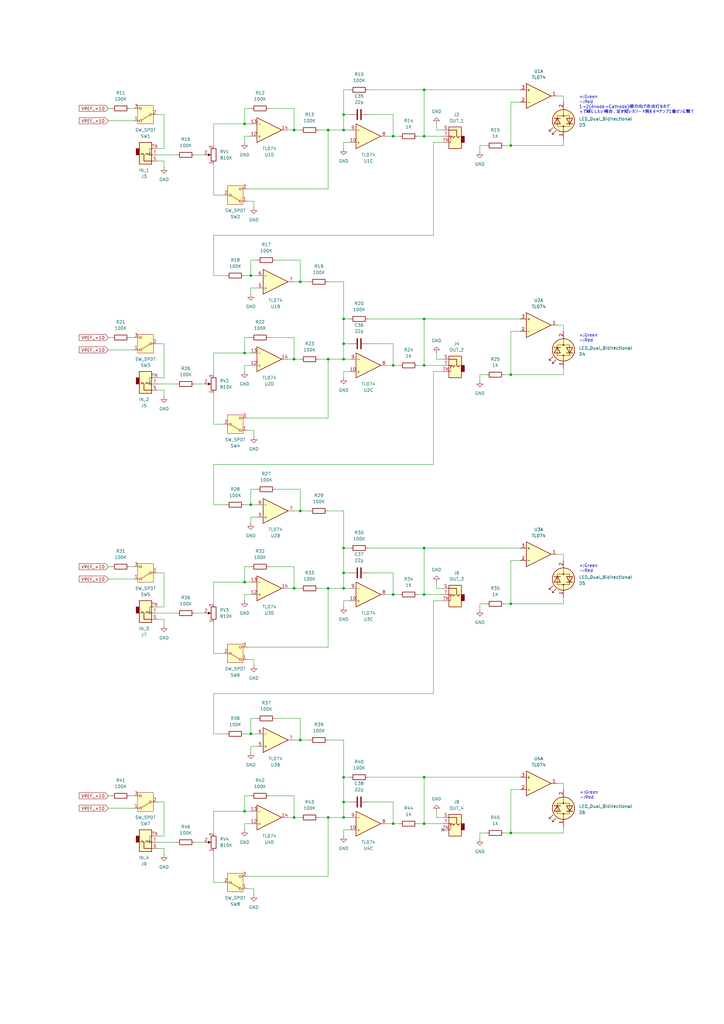
<source format=kicad_sch>
(kicad_sch (version 20231120) (generator "eeschema") (generator_version "8.0")
  (paper "A3" portrait)
  (title_block (title "Attenuator / offset / mixer") (date "2025-03-23") (rev "1.0") (company "StudioKAT"))
  (junction (at 161.29 55.88))
  (junction (at 102.87 300.99))
  (junction (at 209.55 153.67))
  (junction (at 173.99 318.77))
  (junction (at 120.65 53.34))
  (junction (at 209.55 59.69))
  (junction (at 161.29 149.86))
  (junction (at 123.19 209.55))
  (junction (at 120.65 147.32))
  (junction (at 173.99 337.82))
  (junction (at 173.99 243.84))
  (junction (at 173.99 55.88))
  (junction (at 140.97 318.77))
  (junction (at 134.62 241.3))
  (junction (at 140.97 147.32))
  (junction (at 140.97 46.99))
  (junction (at 140.97 224.79))
  (junction (at 134.62 335.28))
  (junction (at 134.62 53.34))
  (junction (at 100.33 332.74))
  (junction (at 102.87 207.01))
  (junction (at 120.65 241.3))
  (junction (at 140.97 53.34))
  (junction (at 140.97 140.97))
  (junction (at 173.99 36.83))
  (junction (at 140.97 130.81))
  (junction (at 134.62 147.32))
  (junction (at 209.55 247.65))
  (junction (at 161.29 243.84))
  (junction (at 173.99 130.81))
  (junction (at 123.19 303.53))
  (junction (at 140.97 328.93))
  (junction (at 140.97 335.28))
  (junction (at 123.19 115.57))
  (junction (at 140.97 234.95))
  (junction (at 140.97 241.3))
  (junction (at 100.33 144.78))
  (junction (at 173.99 224.79))
  (junction (at 161.29 337.82))
  (junction (at 173.99 149.86))
  (junction (at 120.65 335.28))
  (junction (at 209.55 341.63))
  (junction (at 102.87 113.03))
  (junction (at 100.33 50.8))
  (junction (at 100.33 238.76))
  (no_connect (at 181.61 340.36))
  (wire (pts (xy 158.75 55.88) (xy 161.29 55.88)))
  (wire (pts (xy 231.14 341.63) (xy 231.14 339.09)))
  (wire (pts (xy 102.87 200.66) (xy 102.87 207.01)))
  (wire (pts (xy 64.77 254) (xy 67.31 254)))
  (wire (pts (xy 101.6 77.47) (xy 134.62 77.47)))
  (wire (pts (xy 101.6 82.55) (xy 104.14 82.55)))
  (wire (pts (xy 209.55 247.65) (xy 231.14 247.65)))
  (wire (pts (xy 87.63 247.65) (xy 87.63 238.76)))
  (wire (pts (xy 102.87 306.07) (xy 102.87 308.61)))
  (wire (pts (xy 123.19 115.57) (xy 120.65 115.57)))
  (wire (pts (xy 199.39 341.63) (xy 196.85 341.63)))
  (wire (pts (xy 161.29 140.97) (xy 161.29 149.86)))
  (wire (pts (xy 67.31 234.95) (xy 67.31 248.92)))
  (wire (pts (xy 87.63 96.52) (xy 87.63 113.03)))
  (wire (pts (xy 102.87 212.09) (xy 102.87 214.63)))
  (wire (pts (xy 64.77 251.46) (xy 72.39 251.46)))
  (wire (pts (xy 134.62 171.45) (xy 134.62 147.32)))
  (wire (pts (xy 120.65 138.43) (xy 120.65 147.32)))
  (wire (pts (xy 173.99 36.83) (xy 173.99 55.88)))
  (wire (pts (xy 173.99 318.77) (xy 173.99 337.82)))
  (wire (pts (xy 134.62 115.57) (xy 140.97 115.57)))
  (wire (pts (xy 173.99 130.81) (xy 173.99 149.86)))
  (wire (pts (xy 231.14 59.69) (xy 231.14 57.15)))
  (wire (pts (xy 179.07 332.74) (xy 179.07 335.28)))
  (wire (pts (xy 102.87 337.82) (xy 100.33 337.82)))
  (wire (pts (xy 87.63 59.69) (xy 87.63 50.8)))
  (wire (pts (xy 196.85 247.65) (xy 196.85 250.19)))
  (wire (pts (xy 213.36 229.87) (xy 209.55 229.87)))
  (wire (pts (xy 87.63 284.48) (xy 87.63 300.99)))
  (wire (pts (xy 173.99 130.81) (xy 213.36 130.81)))
  (wire (pts (xy 105.41 294.64) (xy 102.87 294.64)))
  (wire (pts (xy 123.19 303.53) (xy 127 303.53)))
  (wire (pts (xy 120.65 232.41) (xy 120.65 241.3)))
  (wire (pts (xy 64.77 160.02) (xy 67.31 160.02)))
  (wire (pts (xy 105.41 212.09) (xy 102.87 212.09)))
  (wire (pts (xy 64.77 66.04) (xy 67.31 66.04)))
  (wire (pts (xy 181.61 152.4) (xy 177.8 152.4)))
  (wire (pts (xy 100.33 44.45) (xy 100.33 50.8)))
  (wire (pts (xy 158.75 337.82) (xy 161.29 337.82)))
  (wire (pts (xy 179.07 147.32) (xy 181.61 147.32)))
  (wire (pts (xy 143.51 246.38) (xy 140.97 246.38)))
  (wire (pts (xy 173.99 149.86) (xy 181.61 149.86)))
  (wire (pts (xy 231.14 153.67) (xy 231.14 151.13)))
  (wire (pts (xy 120.65 241.3) (xy 123.19 241.3)))
  (wire (pts (xy 134.62 265.43) (xy 134.62 241.3)))
  (wire (pts (xy 140.97 147.32) (xy 143.51 147.32)))
  (wire (pts (xy 120.65 53.34) (xy 123.19 53.34)))
  (wire (pts (xy 161.29 337.82) (xy 163.83 337.82)))
  (wire (pts (xy 199.39 153.67) (xy 196.85 153.67)))
  (wire (pts (xy 87.63 153.67) (xy 87.63 144.78)))
  (wire (pts (xy 231.14 227.33) (xy 228.6 227.33)))
  (wire (pts (xy 87.63 80.01) (xy 91.44 80.01)))
  (wire (pts (xy 179.07 144.78) (xy 179.07 147.32)))
  (wire (pts (xy 199.39 247.65) (xy 196.85 247.65)))
  (wire (pts (xy 101.6 359.41) (xy 134.62 359.41)))
  (wire (pts (xy 140.97 58.42) (xy 140.97 60.96)))
  (wire (pts (xy 177.8 190.5) (xy 87.63 190.5)))
  (wire (pts (xy 64.77 234.95) (xy 67.31 234.95)))
  (wire (pts (xy 173.99 243.84) (xy 171.45 243.84)))
  (wire (pts (xy 123.19 200.66) (xy 123.19 209.55)))
  (wire (pts (xy 173.99 55.88) (xy 181.61 55.88)))
  (wire (pts (xy 100.33 207.01) (xy 102.87 207.01)))
  (wire (pts (xy 134.62 147.32) (xy 140.97 147.32)))
  (wire (pts (xy 207.01 341.63) (xy 209.55 341.63)))
  (wire (pts (xy 105.41 200.66) (xy 102.87 200.66)))
  (wire (pts (xy 134.62 303.53) (xy 140.97 303.53)))
  (wire (pts (xy 87.63 190.5) (xy 87.63 207.01)))
  (wire (pts (xy 143.51 318.77) (xy 140.97 318.77)))
  (wire (pts (xy 143.51 340.36) (xy 140.97 340.36)))
  (wire (pts (xy 87.63 267.97) (xy 91.44 267.97)))
  (wire (pts (xy 67.31 347.98) (xy 67.31 350.52)))
  (wire (pts (xy 104.14 176.53) (xy 104.14 179.07)))
  (wire (pts (xy 101.6 176.53) (xy 104.14 176.53)))
  (wire (pts (xy 100.33 232.41) (xy 100.33 238.76)))
  (wire (pts (xy 140.97 152.4) (xy 140.97 154.94)))
  (wire (pts (xy 231.14 321.31) (xy 228.6 321.31)))
  (wire (pts (xy 123.19 106.68) (xy 123.19 115.57)))
  (wire (pts (xy 64.77 157.48) (xy 72.39 157.48)))
  (wire (pts (xy 130.81 335.28) (xy 134.62 335.28)))
  (wire (pts (xy 123.19 303.53) (xy 120.65 303.53)))
  (wire (pts (xy 113.03 200.66) (xy 123.19 200.66)))
  (wire (pts (xy 209.55 323.85) (xy 209.55 341.63)))
  (wire (pts (xy 67.31 160.02) (xy 67.31 162.56)))
  (wire (pts (xy 100.33 149.86) (xy 100.33 152.4)))
  (wire (pts (xy 120.65 53.34) (xy 118.11 53.34)))
  (wire (pts (xy 151.13 328.93) (xy 161.29 328.93)))
  (wire (pts (xy 173.99 36.83) (xy 213.36 36.83)))
  (wire (pts (xy 120.65 335.28) (xy 118.11 335.28)))
  (wire (pts (xy 67.31 140.97) (xy 67.31 154.94)))
  (wire (pts (xy 87.63 238.76) (xy 100.33 238.76)))
  (wire (pts (xy 140.97 46.99) (xy 143.51 46.99)))
  (wire (pts (xy 209.55 59.69) (xy 231.14 59.69)))
  (wire (pts (xy 87.63 349.25) (xy 87.63 361.95)))
  (wire (pts (xy 101.6 265.43) (xy 134.62 265.43)))
  (wire (pts (xy 231.14 39.37) (xy 228.6 39.37)))
  (wire (pts (xy 151.13 130.81) (xy 173.99 130.81)))
  (wire (pts (xy 158.75 149.86) (xy 161.29 149.86)))
  (wire (pts (xy 173.99 318.77) (xy 213.36 318.77)))
  (wire (pts (xy 134.62 335.28) (xy 140.97 335.28)))
  (wire (pts (xy 104.14 82.55) (xy 104.14 85.09)))
  (wire (pts (xy 213.36 323.85) (xy 209.55 323.85)))
  (wire (pts (xy 177.8 152.4) (xy 177.8 190.5)))
  (wire (pts (xy 64.77 328.93) (xy 67.31 328.93)))
  (wire (pts (xy 87.63 332.74) (xy 100.33 332.74)))
  (wire (pts (xy 209.55 41.91) (xy 209.55 59.69)))
  (wire (pts (xy 104.14 270.51) (xy 104.14 273.05)))
  (wire (pts (xy 123.19 294.64) (xy 123.19 303.53)))
  (wire (pts (xy 130.81 53.34) (xy 134.62 53.34)))
  (wire (pts (xy 102.87 294.64) (xy 102.87 300.99)))
  (wire (pts (xy 64.77 345.44) (xy 72.39 345.44)))
  (wire (pts (xy 64.77 347.98) (xy 67.31 347.98)))
  (wire (pts (xy 100.33 50.8) (xy 102.87 50.8)))
  (wire (pts (xy 179.07 335.28) (xy 181.61 335.28)))
  (wire (pts (xy 102.87 300.99) (xy 105.41 300.99)))
  (wire (pts (xy 181.61 246.38) (xy 177.8 246.38)))
  (wire (pts (xy 123.19 115.57) (xy 127 115.57)))
  (wire (pts (xy 100.33 300.99) (xy 102.87 300.99)))
  (wire (pts (xy 140.97 224.79) (xy 140.97 234.95)))
  (wire (pts (xy 134.62 241.3) (xy 140.97 241.3)))
  (wire (pts (xy 53.34 44.45) (xy 54.61 44.45)))
  (wire (pts (xy 110.49 326.39) (xy 120.65 326.39)))
  (wire (pts (xy 53.34 138.43) (xy 54.61 138.43)))
  (wire (pts (xy 173.99 224.79) (xy 173.99 243.84)))
  (wire (pts (xy 173.99 224.79) (xy 213.36 224.79)))
  (wire (pts (xy 102.87 44.45) (xy 100.33 44.45)))
  (wire (pts (xy 151.13 318.77) (xy 173.99 318.77)))
  (wire (pts (xy 231.14 229.87) (xy 231.14 227.33)))
  (wire (pts (xy 105.41 118.11) (xy 102.87 118.11)))
  (wire (pts (xy 181.61 58.42) (xy 177.8 58.42)))
  (wire (pts (xy 67.31 328.93) (xy 67.31 342.9)))
  (wire (pts (xy 143.51 152.4) (xy 140.97 152.4)))
  (wire (pts (xy 140.97 328.93) (xy 140.97 335.28)))
  (wire (pts (xy 140.97 140.97) (xy 143.51 140.97)))
  (wire (pts (xy 179.07 53.34) (xy 181.61 53.34)))
  (wire (pts (xy 102.87 207.01) (xy 105.41 207.01)))
  (wire (pts (xy 130.81 241.3) (xy 134.62 241.3)))
  (wire (pts (xy 44.45 237.49) (xy 54.61 237.49)))
  (wire (pts (xy 44.45 331.47) (xy 54.61 331.47)))
  (wire (pts (xy 151.13 36.83) (xy 173.99 36.83)))
  (wire (pts (xy 87.63 161.29) (xy 87.63 173.99)))
  (wire (pts (xy 102.87 232.41) (xy 100.33 232.41)))
  (wire (pts (xy 177.8 246.38) (xy 177.8 284.48)))
  (wire (pts (xy 140.97 234.95) (xy 143.51 234.95)))
  (wire (pts (xy 213.36 41.91) (xy 209.55 41.91)))
  (wire (pts (xy 173.99 337.82) (xy 171.45 337.82)))
  (wire (pts (xy 44.45 232.41) (xy 45.72 232.41)))
  (wire (pts (xy 100.33 138.43) (xy 100.33 144.78)))
  (wire (pts (xy 105.41 106.68) (xy 102.87 106.68)))
  (wire (pts (xy 87.63 113.03) (xy 92.71 113.03)))
  (wire (pts (xy 80.01 157.48) (xy 83.82 157.48)))
  (wire (pts (xy 102.87 118.11) (xy 102.87 120.65)))
  (wire (pts (xy 140.97 318.77) (xy 140.97 328.93)))
  (wire (pts (xy 44.45 143.51) (xy 54.61 143.51)))
  (wire (pts (xy 44.45 326.39) (xy 45.72 326.39)))
  (wire (pts (xy 100.33 326.39) (xy 100.33 332.74)))
  (wire (pts (xy 140.97 246.38) (xy 140.97 248.92)))
  (wire (pts (xy 161.29 55.88) (xy 163.83 55.88)))
  (wire (pts (xy 207.01 247.65) (xy 209.55 247.65)))
  (wire (pts (xy 143.51 58.42) (xy 140.97 58.42)))
  (wire (pts (xy 140.97 53.34) (xy 143.51 53.34)))
  (wire (pts (xy 209.55 341.63) (xy 231.14 341.63)))
  (wire (pts (xy 102.87 138.43) (xy 100.33 138.43)))
  (wire (pts (xy 207.01 153.67) (xy 209.55 153.67)))
  (wire (pts (xy 134.62 359.41) (xy 134.62 335.28)))
  (wire (pts (xy 173.99 243.84) (xy 181.61 243.84)))
  (wire (pts (xy 53.34 326.39) (xy 54.61 326.39)))
  (wire (pts (xy 44.45 138.43) (xy 45.72 138.43)))
  (wire (pts (xy 161.29 149.86) (xy 163.83 149.86)))
  (wire (pts (xy 87.63 341.63) (xy 87.63 332.74)))
  (wire (pts (xy 134.62 53.34) (xy 140.97 53.34)))
  (wire (pts (xy 140.97 36.83) (xy 140.97 46.99)))
  (wire (pts (xy 67.31 46.99) (xy 67.31 60.96)))
  (wire (pts (xy 207.01 59.69) (xy 209.55 59.69)))
  (wire (pts (xy 102.87 326.39) (xy 100.33 326.39)))
  (wire (pts (xy 140.97 340.36) (xy 140.97 342.9)))
  (wire (pts (xy 87.63 300.99) (xy 92.71 300.99)))
  (wire (pts (xy 140.97 140.97) (xy 140.97 147.32)))
  (wire (pts (xy 102.87 55.88) (xy 100.33 55.88)))
  (wire (pts (xy 134.62 77.47) (xy 134.62 53.34)))
  (wire (pts (xy 120.65 44.45) (xy 120.65 53.34)))
  (wire (pts (xy 209.55 153.67) (xy 231.14 153.67)))
  (wire (pts (xy 101.6 270.51) (xy 104.14 270.51)))
  (wire (pts (xy 120.65 326.39) (xy 120.65 335.28)))
  (wire (pts (xy 199.39 59.69) (xy 196.85 59.69)))
  (wire (pts (xy 110.49 44.45) (xy 120.65 44.45)))
  (wire (pts (xy 140.97 46.99) (xy 140.97 53.34)))
  (wire (pts (xy 80.01 251.46) (xy 83.82 251.46)))
  (wire (pts (xy 231.14 133.35) (xy 228.6 133.35)))
  (wire (pts (xy 140.97 234.95) (xy 140.97 241.3)))
  (wire (pts (xy 158.75 243.84) (xy 161.29 243.84)))
  (wire (pts (xy 113.03 106.68) (xy 123.19 106.68)))
  (wire (pts (xy 179.07 50.8) (xy 179.07 53.34)))
  (wire (pts (xy 102.87 149.86) (xy 100.33 149.86)))
  (wire (pts (xy 67.31 248.92) (xy 64.77 248.92)))
  (wire (pts (xy 173.99 337.82) (xy 181.61 337.82)))
  (wire (pts (xy 177.8 284.48) (xy 87.63 284.48)))
  (wire (pts (xy 231.14 41.91) (xy 231.14 39.37)))
  (wire (pts (xy 113.03 294.64) (xy 123.19 294.64)))
  (wire (pts (xy 151.13 224.79) (xy 173.99 224.79)))
  (wire (pts (xy 100.33 332.74) (xy 102.87 332.74)))
  (wire (pts (xy 64.77 140.97) (xy 67.31 140.97)))
  (wire (pts (xy 231.14 247.65) (xy 231.14 245.11)))
  (wire (pts (xy 140.97 303.53) (xy 140.97 318.77)))
  (wire (pts (xy 67.31 60.96) (xy 64.77 60.96)))
  (wire (pts (xy 67.31 342.9) (xy 64.77 342.9)))
  (wire (pts (xy 140.97 328.93) (xy 143.51 328.93)))
  (wire (pts (xy 161.29 243.84) (xy 163.83 243.84)))
  (wire (pts (xy 87.63 255.27) (xy 87.63 267.97)))
  (wire (pts (xy 64.77 63.5) (xy 72.39 63.5)))
  (wire (pts (xy 196.85 341.63) (xy 196.85 344.17)))
  (wire (pts (xy 209.55 135.89) (xy 209.55 153.67)))
  (wire (pts (xy 177.8 58.42) (xy 177.8 96.52)))
  (wire (pts (xy 104.14 364.49) (xy 104.14 367.03)))
  (wire (pts (xy 161.29 234.95) (xy 161.29 243.84)))
  (wire (pts (xy 44.45 44.45) (xy 45.72 44.45)))
  (wire (pts (xy 87.63 361.95) (xy 91.44 361.95)))
  (wire (pts (xy 120.65 241.3) (xy 118.11 241.3)))
  (wire (pts (xy 101.6 364.49) (xy 104.14 364.49)))
  (wire (pts (xy 102.87 106.68) (xy 102.87 113.03)))
  (wire (pts (xy 213.36 135.89) (xy 209.55 135.89)))
  (wire (pts (xy 120.65 335.28) (xy 123.19 335.28)))
  (wire (pts (xy 67.31 254) (xy 67.31 256.54)))
  (wire (pts (xy 120.65 147.32) (xy 123.19 147.32)))
  (wire (pts (xy 151.13 140.97) (xy 161.29 140.97)))
  (wire (pts (xy 53.34 232.41) (xy 54.61 232.41)))
  (wire (pts (xy 140.97 335.28) (xy 143.51 335.28)))
  (wire (pts (xy 67.31 154.94) (xy 64.77 154.94)))
  (wire (pts (xy 134.62 209.55) (xy 140.97 209.55)))
  (wire (pts (xy 151.13 46.99) (xy 161.29 46.99)))
  (wire (pts (xy 44.45 49.53) (xy 54.61 49.53)))
  (wire (pts (xy 140.97 241.3) (xy 143.51 241.3)))
  (wire (pts (xy 123.19 209.55) (xy 127 209.55)))
  (wire (pts (xy 87.63 67.31) (xy 87.63 80.01)))
  (wire (pts (xy 231.14 323.85) (xy 231.14 321.31)))
  (wire (pts (xy 177.8 96.52) (xy 87.63 96.52)))
  (wire (pts (xy 179.07 238.76) (xy 179.07 241.3)))
  (wire (pts (xy 100.33 113.03) (xy 102.87 113.03)))
  (wire (pts (xy 143.51 36.83) (xy 140.97 36.83)))
  (wire (pts (xy 102.87 113.03) (xy 105.41 113.03)))
  (wire (pts (xy 143.51 224.79) (xy 140.97 224.79)))
  (wire (pts (xy 101.6 171.45) (xy 134.62 171.45)))
  (wire (pts (xy 123.19 209.55) (xy 120.65 209.55)))
  (wire (pts (xy 100.33 238.76) (xy 102.87 238.76)))
  (wire (pts (xy 196.85 59.69) (xy 196.85 62.23)))
  (wire (pts (xy 143.51 130.81) (xy 140.97 130.81)))
  (wire (pts (xy 140.97 115.57) (xy 140.97 130.81)))
  (wire (pts (xy 80.01 345.44) (xy 83.82 345.44)))
  (wire (pts (xy 130.81 147.32) (xy 134.62 147.32)))
  (wire (pts (xy 87.63 50.8) (xy 100.33 50.8)))
  (wire (pts (xy 161.29 328.93) (xy 161.29 337.82)))
  (wire (pts (xy 110.49 232.41) (xy 120.65 232.41)))
  (wire (pts (xy 100.33 337.82) (xy 100.33 340.36)))
  (wire (pts (xy 67.31 66.04) (xy 67.31 68.58)))
  (wire (pts (xy 64.77 46.99) (xy 67.31 46.99)))
  (wire (pts (xy 110.49 138.43) (xy 120.65 138.43)))
  (wire (pts (xy 140.97 130.81) (xy 140.97 140.97)))
  (wire (pts (xy 196.85 153.67) (xy 196.85 156.21)))
  (wire (pts (xy 100.33 144.78) (xy 102.87 144.78)))
  (wire (pts (xy 209.55 229.87) (xy 209.55 247.65)))
  (wire (pts (xy 120.65 147.32) (xy 118.11 147.32)))
  (wire (pts (xy 100.33 55.88) (xy 100.33 58.42)))
  (wire (pts (xy 231.14 135.89) (xy 231.14 133.35)))
  (wire (pts (xy 105.41 306.07) (xy 102.87 306.07)))
  (wire (pts (xy 87.63 173.99) (xy 91.44 173.99)))
  (wire (pts (xy 179.07 241.3) (xy 181.61 241.3)))
  (wire (pts (xy 151.13 234.95) (xy 161.29 234.95)))
  (wire (pts (xy 87.63 207.01) (xy 92.71 207.01)))
  (wire (pts (xy 87.63 144.78) (xy 100.33 144.78)))
  (wire (pts (xy 102.87 243.84) (xy 100.33 243.84)))
  (wire (pts (xy 100.33 243.84) (xy 100.33 246.38)))
  (wire (pts (xy 173.99 149.86) (xy 171.45 149.86)))
  (wire (pts (xy 140.97 209.55) (xy 140.97 224.79)))
  (wire (pts (xy 173.99 55.88) (xy 171.45 55.88)))
  (wire (pts (xy 161.29 46.99) (xy 161.29 55.88)))
  (wire (pts (xy 80.01 63.5) (xy 83.82 63.5)))
  (text "+:Green\n-:Red" (at 237.744 326.136 0) (effects (font (size 1.27 1.27)) (justify left)))
  (text "+:Green\n-:Red" (at 237.49 138.684 0) (effects (font (size 1.27 1.27)) (justify left)))
  (text "+:Green\n-:Red\n1→2(Anode→Cathode)順方向で赤点灯なので\n+で緑にしたい場合、足が短いカソード側をオペアンプ1番ピンに繋ぐ" (at 237.49 42.926 0) (effects (font (size 1.27 1.27)) (justify left)))
  (text "+:Green\n-:Red" (at 237.49 233.172 0) (effects (font (size 1.27 1.27)) (justify left)))
  (global_label "VREF_+10" (shape input) (at 44.45 232.41 180) (property "Intersheetrefs" "${INTERSHEET_REFS}" (effects (hide yes))))
  (global_label "VREF_+10" (shape input) (at 44.45 331.47 180) (property "Intersheetrefs" "${INTERSHEET_REFS}" (effects (hide yes))))
  (global_label "VREF_+10" (shape input) (at 44.45 49.53 180) (property "Intersheetrefs" "${INTERSHEET_REFS}" (effects (hide yes))))
  (global_label "VREF_+10" (shape input) (at 44.45 237.49 180) (property "Intersheetrefs" "${INTERSHEET_REFS}" (effects (hide yes))))
  (global_label "VREF_+10" (shape input) (at 44.45 326.39 180) (property "Intersheetrefs" "${INTERSHEET_REFS}" (effects (hide yes))))
  (global_label "VREF_+10" (shape input) (at 44.45 44.45 180) (property "Intersheetrefs" "${INTERSHEET_REFS}" (effects (hide yes))))
  (global_label "VREF_+10" (shape input) (at 44.45 138.43 180) (property "Intersheetrefs" "${INTERSHEET_REFS}" (effects (hide yes))))
  (global_label "VREF_+10" (shape input) (at 44.45 143.51 180) (property "Intersheetrefs" "${INTERSHEET_REFS}" (effects (hide yes))))
  (symbol (lib_id "Device:R") (at 76.2 251.46 90) (unit 1)
    (property "Reference" "R36" (at 76.2 245.11 90))
    (property "Value" "100K" (at 76.2 247.65 90))
    (property "Footprint" "Resistor_SMD:R_0402_1005Metric" (effects (hide yes)))
    (property "Description" "Resistor" (effects (hide yes)))
    (property "LCSC" "C25741" (effects (hide yes)))
  )
  (symbol (lib_id "Device:LED_Dual_Bidirectional") (at 231.14 331.47 90) (mirror x) (unit 1)
    (property "Reference" "D6" (at 237.49 333.2354 90) (effects (justify right)))
    (property "Value" "LED_Dual_Bidirectional" (at 237.49 330.6954 90) (effects (justify right)))
    (property "Footprint" "LED_THT:LED_D3.0mm" (effects (hide yes)))
    (property "Description" "Dual LED, bidirectional" (effects (hide yes)))
  )
  (symbol (lib_id "Device:R") (at 106.68 326.39 90) (unit 1)
    (property "Reference" "R42" (at 106.68 320.04 90))
    (property "Value" "100K" (at 106.68 322.58 90))
    (property "Footprint" "Resistor_SMD:R_0402_1005Metric" (effects (hide yes)))
    (property "Description" "Resistor" (effects (hide yes)))
    (property "LCSC" "C25741" (effects (hide yes)))
  )
  (symbol (lib_id "Switch:SW_SPDT") (at 59.69 46.99 180) (unit 1)
    (property "Reference" "SW1" (at 59.69 55.88 0))
    (property "Value" "SW_SPDT" (at 59.69 53.34 0))
    (property "Footprint" "kat_eurorack:ToggleSwitch_2MS1-T2-B4-M2-Q-E-S" (effects (hide yes)))
    (property "Description" "Switch, single pole double throw" (effects (hide yes)))
  )
  (symbol (lib_id "power:GND") (at 100.33 340.36 0) (unit 1)
    (property "Reference" "#PWR041" (effects (hide yes)))
    (property "Value" "GND" (at 100.33 345.44 0))
    (property "Description" "Power symbol creates a global label with name \"GND\" , ground" (effects (hide yes)))
  )
  (symbol (lib_id "Device:R") (at 130.81 209.55 90) (unit 1)
    (property "Reference" "R29" (at 130.81 203.2 90))
    (property "Value" "100K" (at 130.81 205.74 90))
    (property "Footprint" "Resistor_SMD:R_0402_1005Metric" (effects (hide yes)))
    (property "Description" "Resistor" (effects (hide yes)))
    (property "LCSC" "C25741" (effects (hide yes)))
  )
  (symbol (lib_id "power:GND") (at 100.33 246.38 0) (unit 1)
    (property "Reference" "#PWR034" (effects (hide yes)))
    (property "Value" "GND" (at 100.33 251.46 0))
    (property "Description" "Power symbol creates a global label with name \"GND\" , ground" (effects (hide yes)))
  )
  (symbol (lib_id "Device:LED_Dual_Bidirectional") (at 231.14 49.53 90) (mirror x) (unit 1)
    (property "Reference" "D3" (at 237.49 51.2954 90) (effects (justify right)))
    (property "Value" "LED_Dual_Bidirectional" (at 237.49 48.7554 90) (effects (justify right)))
    (property "Footprint" "LED_THT:LED_D3.0mm" (effects (hide yes)))
    (property "Description" "Dual LED, bidirectional" (effects (hide yes)))
  )
  (symbol (lib_id "power:GND") (at 196.85 62.23 0) (unit 1)
    (property "Reference" "#PWR022" (effects (hide yes)))
    (property "Value" "GND" (at 196.85 67.31 0))
    (property "Description" "Power symbol creates a global label with name \"GND\" , ground" (effects (hide yes)))
  )
  (symbol (lib_id "Device:R") (at 76.2 157.48 90) (unit 1)
    (property "Reference" "R26" (at 76.2 151.13 90))
    (property "Value" "100K" (at 76.2 153.67 90))
    (property "Footprint" "Resistor_SMD:R_0402_1005Metric" (effects (hide yes)))
    (property "Description" "Resistor" (effects (hide yes)))
    (property "LCSC" "C25741" (effects (hide yes)))
  )
  (symbol (lib_id "power:GND") (at 140.97 60.96 0) (unit 1)
    (property "Reference" "#PWR021" (effects (hide yes)))
    (property "Value" "GND" (at 140.97 66.04 0))
    (property "Description" "Power symbol creates a global label with name \"GND\" , ground" (effects (hide yes)))
  )
  (symbol (lib_id "Connector_Audio:AudioJack2_SwitchT") (at 59.69 251.46 0) (mirror x) (unit 1)
    (property "Reference" "J7" (at 59.055 260.35 0))
    (property "Value" "IN_3" (at 59.055 257.81 0))
    (property "Footprint" "kat_eurorack:AudioJack_PJ301M-12" (effects (hide yes)))
    (property "Description" "Audio Jack, 2 Poles (Mono / TS), Switched T Pole (Normalling)" (effects (hide yes)))
  )
  (symbol (lib_id "Device:LED_Dual_Bidirectional") (at 231.14 237.49 90) (mirror x) (unit 1)
    (property "Reference" "D5" (at 237.49 239.2554 90) (effects (justify right)))
    (property "Value" "LED_Dual_Bidirectional" (at 237.49 236.7154 90) (effects (justify right)))
    (property "Footprint" "LED_THT:LED_D3.0mm" (effects (hide yes)))
    (property "Description" "Dual LED, bidirectional" (effects (hide yes)))
  )
  (symbol (lib_id "Amplifier_Operational:TL074") (at 151.13 243.84 0) (mirror x) (unit 3)
    (property "Reference" "U3" (at 151.13 254 0))
    (property "Value" "TL074" (at 151.13 251.46 0))
    (property "Footprint" "Package_SO:TSSOP-14_4.4x5mm_P0.65mm" (effects (hide yes)))
    (property "Datasheet" "http://www.ti.com/lit/ds/symlink/tl071.pdf" (effects (hide yes)))
    (property "Description" "Quad Low-Noise JFET-Input Operational Amplifiers, DIP-14/SOIC-14" (effects (hide yes)))
    (property "LCSC" "C4370424" (effects (hide yes)))
  )
  (symbol (lib_id "Device:R") (at 147.32 318.77 90) (unit 1)
    (property "Reference" "R40" (at 147.32 312.42 90))
    (property "Value" "100K" (at 147.32 314.96 90))
    (property "Footprint" "Resistor_SMD:R_0402_1005Metric" (effects (hide yes)))
    (property "Description" "Resistor" (effects (hide yes)))
    (property "LCSC" "C25741" (effects (hide yes)))
  )
  (symbol (lib_id "Amplifier_Operational:TL074") (at 220.98 133.35 0) (unit 1)
    (property "Reference" "U2" (at 220.98 123.19 0))
    (property "Value" "TL074" (at 220.98 125.73 0))
    (property "Footprint" "Package_SO:TSSOP-14_4.4x5mm_P0.65mm" (effects (hide yes)))
    (property "Datasheet" "http://www.ti.com/lit/ds/symlink/tl071.pdf" (effects (hide yes)))
    (property "Description" "Quad Low-Noise JFET-Input Operational Amplifiers, DIP-14/SOIC-14" (effects (hide yes)))
    (property "LCSC" "C4370424" (effects (hide yes)))
  )
  (symbol (lib_id "Device:R") (at 147.32 130.81 90) (unit 1)
    (property "Reference" "R20" (at 147.32 124.46 90))
    (property "Value" "100K" (at 147.32 127 90))
    (property "Footprint" "Resistor_SMD:R_0402_1005Metric" (effects (hide yes)))
    (property "Description" "Resistor" (effects (hide yes)))
    (property "LCSC" "C25741" (effects (hide yes)))
  )
  (symbol (lib_id "power:GND") (at 100.33 58.42 0) (unit 1)
    (property "Reference" "#PWR020" (effects (hide yes)))
    (property "Value" "GND" (at 100.33 63.5 0))
    (property "Description" "Power symbol creates a global label with name \"GND\" , ground" (effects (hide yes)))
  )
  (symbol (lib_id "Device:R") (at 167.64 55.88 90) (unit 1)
    (property "Reference" "R14" (at 167.64 49.53 90))
    (property "Value" "1K" (at 167.64 52.07 90))
    (property "Footprint" "Resistor_SMD:R_0402_1005Metric" (effects (hide yes)))
    (property "Description" "Resistor" (effects (hide yes)))
    (property "LCSC" "C11702" (effects (hide yes)))
  )
  (symbol (lib_id "power:GND") (at 179.07 238.76 0) (mirror x) (unit 1)
    (property "Reference" "#PWR033" (effects (hide yes)))
    (property "Value" "GND" (at 179.07 233.68 0))
    (property "Description" "Power symbol creates a global label with name \"GND\" , ground" (effects (hide yes)))
  )
  (symbol (lib_id "Device:C") (at 147.32 46.99 90) (unit 1)
    (property "Reference" "C35" (at 147.32 39.37 90))
    (property "Value" "22p" (at 147.32 41.91 90))
    (property "Footprint" "Capacitor_SMD:C_0402_1005Metric" (effects (hide yes)))
    (property "Description" "Unpolarized capacitor" (effects (hide yes)))
    (property "LCSC" "C1555" (effects (hide yes)))
  )
  (symbol (lib_id "Amplifier_Operational:TL074") (at 113.03 209.55 0) (mirror x) (unit 2)
    (property "Reference" "U2" (at 113.03 219.71 0))
    (property "Value" "TL074" (at 113.03 217.17 0))
    (property "Footprint" "Package_SO:TSSOP-14_4.4x5mm_P0.65mm" (effects (hide yes)))
    (property "Datasheet" "http://www.ti.com/lit/ds/symlink/tl071.pdf" (effects (hide yes)))
    (property "Description" "Quad Low-Noise JFET-Input Operational Amplifiers, DIP-14/SOIC-14" (effects (hide yes)))
    (property "LCSC" "C4370424" (effects (hide yes)))
  )
  (symbol (lib_id "Device:R") (at 127 241.3 90) (unit 1)
    (property "Reference" "R33" (at 127 234.95 90))
    (property "Value" "100K" (at 127 237.49 90))
    (property "Footprint" "Resistor_SMD:R_0402_1005Metric" (effects (hide yes)))
    (property "Description" "Resistor" (effects (hide yes)))
    (property "LCSC" "C25741" (effects (hide yes)))
  )
  (symbol (lib_id "Device:R") (at 49.53 44.45 90) (unit 1)
    (property "Reference" "R11" (at 49.53 38.1 90))
    (property "Value" "100K" (at 49.53 40.64 90))
    (property "Footprint" "Resistor_SMD:R_0402_1005Metric" (effects (hide yes)))
    (property "Description" "Resistor" (effects (hide yes)))
    (property "LCSC" "C25741" (effects (hide yes)))
  )
  (symbol (lib_id "Amplifier_Operational:TL074") (at 151.13 149.86 0) (mirror x) (unit 3)
    (property "Reference" "U2" (at 151.13 160.02 0))
    (property "Value" "TL074" (at 151.13 157.48 0))
    (property "Footprint" "Package_SO:TSSOP-14_4.4x5mm_P0.65mm" (effects (hide yes)))
    (property "Datasheet" "http://www.ti.com/lit/ds/symlink/tl071.pdf" (effects (hide yes)))
    (property "Description" "Quad Low-Noise JFET-Input Operational Amplifiers, DIP-14/SOIC-14" (effects (hide yes)))
    (property "LCSC" "C4370424" (effects (hide yes)))
  )
  (symbol (lib_id "Device:R") (at 127 335.28 90) (unit 1)
    (property "Reference" "R43" (at 127 328.93 90))
    (property "Value" "100K" (at 127 331.47 90))
    (property "Footprint" "Resistor_SMD:R_0402_1005Metric" (effects (hide yes)))
    (property "Description" "Resistor" (effects (hide yes)))
    (property "LCSC" "C25741" (effects (hide yes)))
  )
  (symbol (lib_id "Device:R") (at 203.2 59.69 90) (unit 1)
    (property "Reference" "R15" (at 203.2 53.34 90))
    (property "Value" "1K" (at 203.2 55.88 90))
    (property "Footprint" "Resistor_SMD:R_0402_1005Metric" (effects (hide yes)))
    (property "Description" "Resistor" (effects (hide yes)))
    (property "LCSC" "C11702" (effects (hide yes)))
  )
  (symbol (lib_id "Switch:SW_SPDT") (at 59.69 140.97 180) (unit 1)
    (property "Reference" "SW3" (at 59.69 149.86 0))
    (property "Value" "SW_SPDT" (at 59.69 147.32 0))
    (property "Footprint" "kat_eurorack:ToggleSwitch_2MS1-T2-B4-M2-Q-E-S" (effects (hide yes)))
    (property "Description" "Switch, single pole double throw" (effects (hide yes)))
  )
  (symbol (lib_id "Device:R") (at 130.81 303.53 90) (unit 1)
    (property "Reference" "R39" (at 130.81 297.18 90))
    (property "Value" "100K" (at 130.81 299.72 90))
    (property "Footprint" "Resistor_SMD:R_0402_1005Metric" (effects (hide yes)))
    (property "Description" "Resistor" (effects (hide yes)))
    (property "LCSC" "C25741" (effects (hide yes)))
  )
  (symbol (lib_id "Switch:SW_SPDT") (at 96.52 361.95 0) (mirror x) (unit 1)
    (property "Reference" "SW8" (at 96.52 370.84 0))
    (property "Value" "SW_SPDT" (at 96.52 368.3 0))
    (property "Footprint" "kat_eurorack:ToggleSwitch_2MS1-T2-B4-M2-Q-E-S" (effects (hide yes)))
    (property "Description" "Switch, single pole double throw" (effects (hide yes)))
  )
  (symbol (lib_id "Device:R") (at 109.22 200.66 90) (unit 1)
    (property "Reference" "R27" (at 109.22 194.31 90))
    (property "Value" "100K" (at 109.22 196.85 90))
    (property "Footprint" "Resistor_SMD:R_0402_1005Metric" (effects (hide yes)))
    (property "Description" "Resistor" (effects (hide yes)))
    (property "LCSC" "C25741" (effects (hide yes)))
  )
  (symbol (lib_id "Switch:SW_SPDT") (at 59.69 328.93 180) (unit 1)
    (property "Reference" "SW7" (at 59.69 337.82 0))
    (property "Value" "SW_SPDT" (at 59.69 335.28 0))
    (property "Footprint" "kat_eurorack:ToggleSwitch_2MS1-T2-B4-M2-Q-E-S" (effects (hide yes)))
    (property "Description" "Switch, single pole double throw" (effects (hide yes)))
  )
  (symbol (lib_id "power:GND") (at 179.07 50.8 0) (mirror x) (unit 1)
    (property "Reference" "#PWR019" (effects (hide yes)))
    (property "Value" "GND" (at 179.07 45.72 0))
    (property "Description" "Power symbol creates a global label with name \"GND\" , ground" (effects (hide yes)))
  )
  (symbol (lib_id "power:GND") (at 104.14 273.05 0) (unit 1)
    (property "Reference" "#PWR038" (effects (hide yes)))
    (property "Value" "GND" (at 104.14 278.13 0))
    (property "Description" "Power symbol creates a global label with name \"GND\" , ground" (effects (hide yes)))
  )
  (symbol (lib_id "Device:R") (at 203.2 341.63 90) (unit 1)
    (property "Reference" "R45" (at 203.2 335.28 90))
    (property "Value" "1K" (at 203.2 337.82 90))
    (property "Footprint" "Resistor_SMD:R_0402_1005Metric" (effects (hide yes)))
    (property "Description" "Resistor" (effects (hide yes)))
    (property "LCSC" "C11702" (effects (hide yes)))
  )
  (symbol (lib_id "Switch:SW_SPDT") (at 96.52 267.97 0) (mirror x) (unit 1)
    (property "Reference" "SW6" (at 96.52 276.86 0))
    (property "Value" "SW_SPDT" (at 96.52 274.32 0))
    (property "Footprint" "kat_eurorack:ToggleSwitch_2MS1-T2-B4-M2-Q-E-S" (effects (hide yes)))
    (property "Description" "Switch, single pole double throw" (effects (hide yes)))
  )
  (symbol (lib_id "power:GND") (at 179.07 332.74 0) (mirror x) (unit 1)
    (property "Reference" "#PWR040" (effects (hide yes)))
    (property "Value" "GND" (at 179.07 327.66 0))
    (property "Description" "Power symbol creates a global label with name \"GND\" , ground" (effects (hide yes)))
  )
  (symbol (lib_id "Device:R_Potentiometer") (at 87.63 157.48 180) (unit 1)
    (property "Reference" "RV2" (at 90.17 156.2099 0) (effects (justify right)))
    (property "Value" "B10K" (at 90.17 158.7499 0) (effects (justify right)))
    (property "Footprint" "kat_eurorack:Potentiometer_RV09" (effects (hide yes)))
    (property "Description" "Potentiometer" (effects (hide yes)))
  )
  (symbol (lib_id "Device:R") (at 167.64 243.84 90) (unit 1)
    (property "Reference" "R34" (at 167.64 237.49 90))
    (property "Value" "1K" (at 167.64 240.03 90))
    (property "Footprint" "Resistor_SMD:R_0402_1005Metric" (effects (hide yes)))
    (property "Description" "Resistor" (effects (hide yes)))
    (property "LCSC" "C11702" (effects (hide yes)))
  )
  (symbol (lib_id "Device:R") (at 127 53.34 90) (unit 1)
    (property "Reference" "R13" (at 127 46.99 90))
    (property "Value" "100K" (at 127 49.53 90))
    (property "Footprint" "Resistor_SMD:R_0402_1005Metric" (effects (hide yes)))
    (property "Description" "Resistor" (effects (hide yes)))
    (property "LCSC" "C25741" (effects (hide yes)))
  )
  (symbol (lib_id "Device:R") (at 76.2 345.44 90) (unit 1)
    (property "Reference" "R46" (at 76.2 339.09 90))
    (property "Value" "100K" (at 76.2 341.63 90))
    (property "Footprint" "Resistor_SMD:R_0402_1005Metric" (effects (hide yes)))
    (property "Description" "Resistor" (effects (hide yes)))
    (property "LCSC" "C25741" (effects (hide yes)))
  )
  (symbol (lib_id "Switch:SW_SPDT") (at 59.69 234.95 180) (unit 1)
    (property "Reference" "SW5" (at 59.69 243.84 0))
    (property "Value" "SW_SPDT" (at 59.69 241.3 0))
    (property "Footprint" "kat_eurorack:ToggleSwitch_2MS1-T2-B4-M2-Q-E-S" (effects (hide yes)))
    (property "Description" "Switch, single pole double throw" (effects (hide yes)))
  )
  (symbol (lib_id "Amplifier_Operational:TL074") (at 220.98 39.37 0) (unit 1)
    (property "Reference" "U1" (at 220.98 29.21 0))
    (property "Value" "TL074" (at 220.98 31.75 0))
    (property "Footprint" "Package_SO:TSSOP-14_4.4x5mm_P0.65mm" (effects (hide yes)))
    (property "Datasheet" "http://www.ti.com/lit/ds/symlink/tl071.pdf" (effects (hide yes)))
    (property "Description" "Quad Low-Noise JFET-Input Operational Amplifiers, DIP-14/SOIC-14" (effects (hide yes)))
    (property "LCSC" "C4370424" (effects (hide yes)))
  )
  (symbol (lib_id "Device:R") (at 106.68 138.43 90) (unit 1)
    (property "Reference" "R22" (at 106.68 132.08 90))
    (property "Value" "100K" (at 106.68 134.62 90))
    (property "Footprint" "Resistor_SMD:R_0402_1005Metric" (effects (hide yes)))
    (property "Description" "Resistor" (effects (hide yes)))
    (property "LCSC" "C25741" (effects (hide yes)))
  )
  (symbol (lib_id "Amplifier_Operational:TL074") (at 220.98 227.33 0) (unit 1)
    (property "Reference" "U3" (at 220.98 217.17 0))
    (property "Value" "TL074" (at 220.98 219.71 0))
    (property "Footprint" "Package_SO:TSSOP-14_4.4x5mm_P0.65mm" (effects (hide yes)))
    (property "Datasheet" "http://www.ti.com/lit/ds/symlink/tl071.pdf" (effects (hide yes)))
    (property "Description" "Quad Low-Noise JFET-Input Operational Amplifiers, DIP-14/SOIC-14" (effects (hide yes)))
    (property "LCSC" "C4370424" (effects (hide yes)))
  )
  (symbol (lib_id "Amplifier_Operational:TL074") (at 110.49 241.3 0) (mirror x) (unit 4)
    (property "Reference" "U3" (at 110.49 251.46 0))
    (property "Value" "TL074" (at 110.49 248.92 0))
    (property "Footprint" "Package_SO:TSSOP-14_4.4x5mm_P0.65mm" (effects (hide yes)))
    (property "Datasheet" "http://www.ti.com/lit/ds/symlink/tl071.pdf" (effects (hide yes)))
    (property "Description" "Quad Low-Noise JFET-Input Operational Amplifiers, DIP-14/SOIC-14" (effects (hide yes)))
    (property "LCSC" "C4370424" (effects (hide yes)))
  )
  (symbol (lib_id "Connector_Audio:AudioJack2_SwitchT") (at 186.69 149.86 0) (mirror y) (unit 1)
    (property "Reference" "J4" (at 187.325 140.97 0))
    (property "Value" "OUT_2" (at 187.325 143.51 0))
    (property "Footprint" "kat_eurorack:AudioJack_PJ301M-12" (effects (hide yes)))
    (property "Description" "Audio Jack, 2 Poles (Mono / TS), Switched T Pole (Normalling)" (effects (hide yes)))
  )
  (symbol (lib_id "Device:R") (at 96.52 207.01 90) (unit 1)
    (property "Reference" "R28" (at 96.52 200.66 90))
    (property "Value" "100K" (at 96.52 203.2 90))
    (property "Footprint" "Resistor_SMD:R_0402_1005Metric" (effects (hide yes)))
    (property "Description" "Resistor" (effects (hide yes)))
    (property "LCSC" "C25741" (effects (hide yes)))
  )
  (symbol (lib_id "Amplifier_Operational:TL074") (at 113.03 303.53 0) (mirror x) (unit 2)
    (property "Reference" "U3" (at 113.03 313.69 0))
    (property "Value" "TL074" (at 113.03 311.15 0))
    (property "Footprint" "Package_SO:TSSOP-14_4.4x5mm_P0.65mm" (effects (hide yes)))
    (property "Datasheet" "http://www.ti.com/lit/ds/symlink/tl071.pdf" (effects (hide yes)))
    (property "Description" "Quad Low-Noise JFET-Input Operational Amplifiers, DIP-14/SOIC-14" (effects (hide yes)))
    (property "LCSC" "C4370424" (effects (hide yes)))
  )
  (symbol (lib_id "power:GND") (at 179.07 144.78 0) (mirror x) (unit 1)
    (property "Reference" "#PWR026" (effects (hide yes)))
    (property "Value" "GND" (at 179.07 139.7 0))
    (property "Description" "Power symbol creates a global label with name \"GND\" , ground" (effects (hide yes)))
  )
  (symbol (lib_id "Amplifier_Operational:TL074") (at 220.98 321.31 0) (unit 1)
    (property "Reference" "U4" (at 220.98 311.15 0))
    (property "Value" "TL074" (at 220.98 313.69 0))
    (property "Footprint" "Package_SO:TSSOP-14_4.4x5mm_P0.65mm" (effects (hide yes)))
    (property "Datasheet" "http://www.ti.com/lit/ds/symlink/tl071.pdf" (effects (hide yes)))
    (property "Description" "Quad Low-Noise JFET-Input Operational Amplifiers, DIP-14/SOIC-14" (effects (hide yes)))
    (property "LCSC" "C4370424" (effects (hide yes)))
  )
  (symbol (lib_id "Device:R") (at 167.64 337.82 90) (unit 1)
    (property "Reference" "R44" (at 167.64 331.47 90))
    (property "Value" "1K" (at 167.64 334.01 90))
    (property "Footprint" "Resistor_SMD:R_0402_1005Metric" (effects (hide yes)))
    (property "Description" "Resistor" (effects (hide yes)))
    (property "LCSC" "C11702" (effects (hide yes)))
  )
  (symbol (lib_id "Amplifier_Operational:TL074") (at 151.13 55.88 0) (mirror x) (unit 3)
    (property "Reference" "U1" (at 151.13 66.04 0))
    (property "Value" "TL074" (at 151.13 63.5 0))
    (property "Footprint" "Package_SO:TSSOP-14_4.4x5mm_P0.65mm" (effects (hide yes)))
    (property "Datasheet" "http://www.ti.com/lit/ds/symlink/tl071.pdf" (effects (hide yes)))
    (property "Description" "Quad Low-Noise JFET-Input Operational Amplifiers, DIP-14/SOIC-14" (effects (hide yes)))
    (property "LCSC" "C4370424" (effects (hide yes)))
  )
  (symbol (lib_id "Amplifier_Operational:TL074") (at 113.03 115.57 0) (mirror x) (unit 2)
    (property "Reference" "U1" (at 113.03 125.73 0))
    (property "Value" "TL074" (at 113.03 123.19 0))
    (property "Footprint" "Package_SO:TSSOP-14_4.4x5mm_P0.65mm" (effects (hide yes)))
    (property "Datasheet" "http://www.ti.com/lit/ds/symlink/tl071.pdf" (effects (hide yes)))
    (property "Description" "Quad Low-Noise JFET-Input Operational Amplifiers, DIP-14/SOIC-14" (effects (hide yes)))
    (property "LCSC" "C4370424" (effects (hide yes)))
  )
  (symbol (lib_id "power:GND") (at 102.87 214.63 0) (unit 1)
    (property "Reference" "#PWR032" (effects (hide yes)))
    (property "Value" "GND" (at 102.87 219.71 0))
    (property "Description" "Power symbol creates a global label with name \"GND\" , ground" (effects (hide yes)))
  )
  (symbol (lib_id "Device:R") (at 147.32 224.79 90) (unit 1)
    (property "Reference" "R30" (at 147.32 218.44 90))
    (property "Value" "100K" (at 147.32 220.98 90))
    (property "Footprint" "Resistor_SMD:R_0402_1005Metric" (effects (hide yes)))
    (property "Description" "Resistor" (effects (hide yes)))
    (property "LCSC" "C25741" (effects (hide yes)))
  )
  (symbol (lib_id "Device:R") (at 96.52 113.03 90) (unit 1)
    (property "Reference" "R18" (at 96.52 106.68 90))
    (property "Value" "100K" (at 96.52 109.22 90))
    (property "Footprint" "Resistor_SMD:R_0402_1005Metric" (effects (hide yes)))
    (property "Description" "Resistor" (effects (hide yes)))
    (property "LCSC" "C25741" (effects (hide yes)))
  )
  (symbol (lib_id "power:GND") (at 196.85 250.19 0) (unit 1)
    (property "Reference" "#PWR036" (effects (hide yes)))
    (property "Value" "GND" (at 196.85 255.27 0))
    (property "Description" "Power symbol creates a global label with name \"GND\" , ground" (effects (hide yes)))
  )
  (symbol (lib_id "Device:R") (at 109.22 294.64 90) (unit 1)
    (property "Reference" "R37" (at 109.22 288.29 90))
    (property "Value" "100K" (at 109.22 290.83 90))
    (property "Footprint" "Resistor_SMD:R_0402_1005Metric" (effects (hide yes)))
    (property "Description" "Resistor" (effects (hide yes)))
    (property "LCSC" "C25741" (effects (hide yes)))
  )
  (symbol (lib_id "power:GND") (at 102.87 120.65 0) (unit 1)
    (property "Reference" "#PWR025" (effects (hide yes)))
    (property "Value" "GND" (at 102.87 125.73 0))
    (property "Description" "Power symbol creates a global label with name \"GND\" , ground" (effects (hide yes)))
  )
  (symbol (lib_id "power:GND") (at 104.14 367.03 0) (unit 1)
    (property "Reference" "#PWR045" (effects (hide yes)))
    (property "Value" "GND" (at 104.14 372.11 0))
    (property "Description" "Power symbol creates a global label with name \"GND\" , ground" (effects (hide yes)))
  )
  (symbol (lib_id "Device:R") (at 203.2 247.65 90) (unit 1)
    (property "Reference" "R35" (at 203.2 241.3 90))
    (property "Value" "1K" (at 203.2 243.84 90))
    (property "Footprint" "Resistor_SMD:R_0402_1005Metric" (effects (hide yes)))
    (property "Description" "Resistor" (effects (hide yes)))
    (property "LCSC" "C11702" (effects (hide yes)))
  )
  (symbol (lib_id "power:GND") (at 67.31 350.52 0) (unit 1)
    (property "Reference" "#PWR044" (effects (hide yes)))
    (property "Value" "GND" (at 67.31 355.6 0))
    (property "Description" "Power symbol creates a global label with name \"GND\" , ground" (effects (hide yes)))
  )
  (symbol (lib_id "Device:R") (at 49.53 232.41 90) (unit 1)
    (property "Reference" "R31" (at 49.53 226.06 90))
    (property "Value" "100K" (at 49.53 228.6 90))
    (property "Footprint" "Resistor_SMD:R_0402_1005Metric" (effects (hide yes)))
    (property "Description" "Resistor" (effects (hide yes)))
    (property "LCSC" "C25741" (effects (hide yes)))
  )
  (symbol (lib_id "Device:R") (at 167.64 149.86 90) (unit 1)
    (property "Reference" "R24" (at 167.64 143.51 90))
    (property "Value" "1K" (at 167.64 146.05 90))
    (property "Footprint" "Resistor_SMD:R_0402_1005Metric" (effects (hide yes)))
    (property "Description" "Resistor" (effects (hide yes)))
    (property "LCSC" "C11702" (effects (hide yes)))
  )
  (symbol (lib_id "Device:R") (at 106.68 44.45 90) (unit 1)
    (property "Reference" "R12" (at 106.68 38.1 90))
    (property "Value" "100K" (at 106.68 40.64 90))
    (property "Footprint" "Resistor_SMD:R_0402_1005Metric" (effects (hide yes)))
    (property "Description" "Resistor" (effects (hide yes)))
    (property "LCSC" "C25741" (effects (hide yes)))
  )
  (symbol (lib_id "power:GND") (at 140.97 342.9 0) (unit 1)
    (property "Reference" "#PWR042" (effects (hide yes)))
    (property "Value" "GND" (at 140.97 347.98 0))
    (property "Description" "Power symbol creates a global label with name \"GND\" , ground" (effects (hide yes)))
  )
  (symbol (lib_id "power:GND") (at 104.14 85.09 0) (unit 1)
    (property "Reference" "#PWR024" (effects (hide yes)))
    (property "Value" "GND" (at 104.14 90.17 0))
    (property "Description" "Power symbol creates a global label with name \"GND\" , ground" (effects (hide yes)))
  )
  (symbol (lib_id "power:GND") (at 140.97 154.94 0) (unit 1)
    (property "Reference" "#PWR028" (effects (hide yes)))
    (property "Value" "GND" (at 140.97 160.02 0))
    (property "Description" "Power symbol creates a global label with name \"GND\" , ground" (effects (hide yes)))
  )
  (symbol (lib_id "Connector_Audio:AudioJack2_SwitchT") (at 59.69 63.5 0) (mirror x) (unit 1)
    (property "Reference" "J3" (at 59.055 72.39 0))
    (property "Value" "IN_1" (at 59.055 69.85 0))
    (property "Footprint" "kat_eurorack:AudioJack_PJ301M-12" (effects (hide yes)))
    (property "Description" "Audio Jack, 2 Poles (Mono / TS), Switched T Pole (Normalling)" (effects (hide yes)))
  )
  (symbol (lib_id "Amplifier_Operational:TL074") (at 110.49 53.34 0) (mirror x) (unit 4)
    (property "Reference" "U1" (at 110.49 63.5 0))
    (property "Value" "TL074" (at 110.49 60.96 0))
    (property "Footprint" "Package_SO:TSSOP-14_4.4x5mm_P0.65mm" (effects (hide yes)))
    (property "Datasheet" "http://www.ti.com/lit/ds/symlink/tl071.pdf" (effects (hide yes)))
    (property "Description" "Quad Low-Noise JFET-Input Operational Amplifiers, DIP-14/SOIC-14" (effects (hide yes)))
    (property "LCSC" "C4370424" (effects (hide yes)))
  )
  (symbol (lib_id "Amplifier_Operational:TL074") (at 110.49 335.28 0) (mirror x) (unit 4)
    (property "Reference" "U4" (at 110.49 345.44 0))
    (property "Value" "TL074" (at 110.49 342.9 0))
    (property "Footprint" "Package_SO:TSSOP-14_4.4x5mm_P0.65mm" (effects (hide yes)))
    (property "Datasheet" "http://www.ti.com/lit/ds/symlink/tl071.pdf" (effects (hide yes)))
    (property "Description" "Quad Low-Noise JFET-Input Operational Amplifiers, DIP-14/SOIC-14" (effects (hide yes)))
    (property "LCSC" "C4370424" (effects (hide yes)))
  )
  (symbol (lib_id "Device:LED_Dual_Bidirectional") (at 231.14 143.51 90) (mirror x) (unit 1)
    (property "Reference" "D4" (at 237.49 145.2754 90) (effects (justify right)))
    (property "Value" "LED_Dual_Bidirectional" (at 237.49 142.7354 90) (effects (justify right)))
    (property "Footprint" "LED_THT:LED_D3.0mm" (effects (hide yes)))
    (property "Description" "Dual LED, bidirectional" (effects (hide yes)))
  )
  (symbol (lib_id "Device:C") (at 147.32 328.93 90) (unit 1)
    (property "Reference" "C38" (at 147.32 321.31 90))
    (property "Value" "22p" (at 147.32 323.85 90))
    (property "Footprint" "Capacitor_SMD:C_0402_1005Metric" (effects (hide yes)))
    (property "Description" "Unpolarized capacitor" (effects (hide yes)))
    (property "LCSC" "C1555" (effects (hide yes)))
  )
  (symbol (lib_id "Switch:SW_SPDT") (at 96.52 80.01 0) (mirror x) (unit 1)
    (property "Reference" "SW2" (at 96.52 88.9 0))
    (property "Value" "SW_SPDT" (at 96.52 86.36 0))
    (property "Footprint" "kat_eurorack:ToggleSwitch_2MS1-T2-B4-M2-Q-E-S" (effects (hide yes)))
    (property "Description" "Switch, single pole double throw" (effects (hide yes)))
  )
  (symbol (lib_id "power:GND") (at 100.33 152.4 0) (unit 1)
    (property "Reference" "#PWR027" (effects (hide yes)))
    (property "Value" "GND" (at 100.33 157.48 0))
    (property "Description" "Power symbol creates a global label with name \"GND\" , ground" (effects (hide yes)))
  )
  (symbol (lib_id "Device:R") (at 96.52 300.99 90) (unit 1)
    (property "Reference" "R38" (at 96.52 294.64 90))
    (property "Value" "100K" (at 96.52 297.18 90))
    (property "Footprint" "Resistor_SMD:R_0402_1005Metric" (effects (hide yes)))
    (property "Description" "Resistor" (effects (hide yes)))
    (property "LCSC" "C25741" (effects (hide yes)))
  )
  (symbol (lib_id "Device:R") (at 49.53 138.43 90) (unit 1)
    (property "Reference" "R21" (at 49.53 132.08 90))
    (property "Value" "100K" (at 49.53 134.62 90))
    (property "Footprint" "Resistor_SMD:R_0402_1005Metric" (effects (hide yes)))
    (property "Description" "Resistor" (effects (hide yes)))
    (property "LCSC" "C25741" (effects (hide yes)))
  )
  (symbol (lib_id "power:GND") (at 196.85 156.21 0) (unit 1)
    (property "Reference" "#PWR029" (effects (hide yes)))
    (property "Value" "GND" (at 196.85 161.29 0))
    (property "Description" "Power symbol creates a global label with name \"GND\" , ground" (effects (hide yes)))
  )
  (symbol (lib_id "Connector_Audio:AudioJack2_SwitchT") (at 59.69 157.48 0) (mirror x) (unit 1)
    (property "Reference" "J5" (at 59.055 166.37 0))
    (property "Value" "IN_2" (at 59.055 163.83 0))
    (property "Footprint" "kat_eurorack:AudioJack_PJ301M-12" (effects (hide yes)))
    (property "Description" "Audio Jack, 2 Poles (Mono / TS), Switched T Pole (Normalling)" (effects (hide yes)))
  )
  (symbol (lib_id "Connector_Audio:AudioJack2_SwitchT") (at 59.69 345.44 0) (mirror x) (unit 1)
    (property "Reference" "J9" (at 59.055 354.33 0))
    (property "Value" "IN_4" (at 59.055 351.79 0))
    (property "Footprint" "kat_eurorack:AudioJack_PJ301M-12" (effects (hide yes)))
    (property "Description" "Audio Jack, 2 Poles (Mono / TS), Switched T Pole (Normalling)" (effects (hide yes)))
  )
  (symbol (lib_id "Device:R") (at 147.32 36.83 90) (unit 1)
    (property "Reference" "R10" (at 147.32 30.48 90))
    (property "Value" "100K" (at 147.32 33.02 90))
    (property "Footprint" "Resistor_SMD:R_0402_1005Metric" (effects (hide yes)))
    (property "Description" "Resistor" (effects (hide yes)))
    (property "LCSC" "C25741" (effects (hide yes)))
  )
  (symbol (lib_id "Device:C") (at 147.32 234.95 90) (unit 1)
    (property "Reference" "C37" (at 147.32 227.33 90))
    (property "Value" "22p" (at 147.32 229.87 90))
    (property "Footprint" "Capacitor_SMD:C_0402_1005Metric" (effects (hide yes)))
    (property "Description" "Unpolarized capacitor" (effects (hide yes)))
    (property "LCSC" "C1555" (effects (hide yes)))
  )
  (symbol (lib_id "power:GND") (at 196.85 344.17 0) (unit 1)
    (property "Reference" "#PWR043" (effects (hide yes)))
    (property "Value" "GND" (at 196.85 349.25 0))
    (property "Description" "Power symbol creates a global label with name \"GND\" , ground" (effects (hide yes)))
  )
  (symbol (lib_id "power:GND") (at 140.97 248.92 0) (unit 1)
    (property "Reference" "#PWR035" (effects (hide yes)))
    (property "Value" "GND" (at 140.97 254 0))
    (property "Description" "Power symbol creates a global label with name \"GND\" , ground" (effects (hide yes)))
  )
  (symbol (lib_id "power:GND") (at 104.14 179.07 0) (unit 1)
    (property "Reference" "#PWR031" (effects (hide yes)))
    (property "Value" "GND" (at 104.14 184.15 0))
    (property "Description" "Power symbol creates a global label with name \"GND\" , ground" (effects (hide yes)))
  )
  (symbol (lib_id "Device:R") (at 49.53 326.39 90) (unit 1)
    (property "Reference" "R41" (at 49.53 320.04 90))
    (property "Value" "100K" (at 49.53 322.58 90))
    (property "Footprint" "Resistor_SMD:R_0402_1005Metric" (effects (hide yes)))
    (property "Description" "Resistor" (effects (hide yes)))
    (property "LCSC" "C25741" (effects (hide yes)))
  )
  (symbol (lib_id "Amplifier_Operational:TL074") (at 151.13 337.82 0) (mirror x) (unit 3)
    (property "Reference" "U4" (at 151.13 347.98 0))
    (property "Value" "TL074" (at 151.13 345.44 0))
    (property "Footprint" "Package_SO:TSSOP-14_4.4x5mm_P0.65mm" (effects (hide yes)))
    (property "Datasheet" "http://www.ti.com/lit/ds/symlink/tl071.pdf" (effects (hide yes)))
    (property "Description" "Quad Low-Noise JFET-Input Operational Amplifiers, DIP-14/SOIC-14" (effects (hide yes)))
    (property "LCSC" "C4370424" (effects (hide yes)))
  )
  (symbol (lib_id "Device:C") (at 147.32 140.97 90) (unit 1)
    (property "Reference" "C36" (at 147.32 133.35 90))
    (property "Value" "22p" (at 147.32 135.89 90))
    (property "Footprint" "Capacitor_SMD:C_0402_1005Metric" (effects (hide yes)))
    (property "Description" "Unpolarized capacitor" (effects (hide yes)))
    (property "LCSC" "C1555" (effects (hide yes)))
  )
  (symbol (lib_id "Connector_Audio:AudioJack2_SwitchT") (at 186.69 243.84 0) (mirror y) (unit 1)
    (property "Reference" "J6" (at 187.325 234.95 0))
    (property "Value" "OUT_3" (at 187.325 237.49 0))
    (property "Footprint" "kat_eurorack:AudioJack_PJ301M-12" (effects (hide yes)))
    (property "Description" "Audio Jack, 2 Poles (Mono / TS), Switched T Pole (Normalling)" (effects (hide yes)))
  )
  (symbol (lib_id "power:GND") (at 102.87 308.61 0) (unit 1)
    (property "Reference" "#PWR039" (effects (hide yes)))
    (property "Value" "GND" (at 102.87 313.69 0))
    (property "Description" "Power symbol creates a global label with name \"GND\" , ground" (effects (hide yes)))
  )
  (symbol (lib_id "Device:R") (at 109.22 106.68 90) (unit 1)
    (property "Reference" "R17" (at 109.22 100.33 90))
    (property "Value" "100K" (at 109.22 102.87 90))
    (property "Footprint" "Resistor_SMD:R_0402_1005Metric" (effects (hide yes)))
    (property "Description" "Resistor" (effects (hide yes)))
    (property "LCSC" "C25741" (effects (hide yes)))
  )
  (symbol (lib_id "power:GND") (at 67.31 68.58 0) (unit 1)
    (property "Reference" "#PWR023" (effects (hide yes)))
    (property "Value" "GND" (at 67.31 73.66 0))
    (property "Description" "Power symbol creates a global label with name \"GND\" , ground" (effects (hide yes)))
  )
  (symbol (lib_id "Device:R_Potentiometer") (at 87.63 345.44 180) (unit 1)
    (property "Reference" "RV4" (at 90.17 344.1699 0) (effects (justify right)))
    (property "Value" "B10K" (at 90.17 346.7099 0) (effects (justify right)))
    (property "Footprint" "kat_eurorack:Potentiometer_RV09" (effects (hide yes)))
    (property "Description" "Potentiometer" (effects (hide yes)))
  )
  (symbol (lib_id "Device:R_Potentiometer") (at 87.63 251.46 180) (unit 1)
    (property "Reference" "RV3" (at 90.17 250.1899 0) (effects (justify right)))
    (property "Value" "B10K" (at 90.17 252.7299 0) (effects (justify right)))
    (property "Footprint" "kat_eurorack:Potentiometer_RV09" (effects (hide yes)))
    (property "Description" "Potentiometer" (effects (hide yes)))
  )
  (symbol (lib_id "Device:R_Potentiometer") (at 87.63 63.5 180) (unit 1)
    (property "Reference" "RV1" (at 90.17 62.2299 0) (effects (justify right)))
    (property "Value" "B10K" (at 90.17 64.7699 0) (effects (justify right)))
    (property "Footprint" "kat_eurorack:Potentiometer_RV09" (effects (hide yes)))
    (property "Description" "Potentiometer" (effects (hide yes)))
  )
  (symbol (lib_id "Connector_Audio:AudioJack2_SwitchT") (at 186.69 337.82 0) (mirror y) (unit 1)
    (property "Reference" "J8" (at 187.325 328.93 0))
    (property "Value" "OUT_4" (at 187.325 331.47 0))
    (property "Footprint" "kat_eurorack:AudioJack_PJ301M-12" (effects (hide yes)))
    (property "Description" "Audio Jack, 2 Poles (Mono / TS), Switched T Pole (Normalling)" (effects (hide yes)))
  )
  (symbol (lib_id "Amplifier_Operational:TL074") (at 110.49 147.32 0) (mirror x) (unit 4)
    (property "Reference" "U2" (at 110.49 157.48 0))
    (property "Value" "TL074" (at 110.49 154.94 0))
    (property "Footprint" "Package_SO:TSSOP-14_4.4x5mm_P0.65mm" (effects (hide yes)))
    (property "Datasheet" "http://www.ti.com/lit/ds/symlink/tl071.pdf" (effects (hide yes)))
    (property "Description" "Quad Low-Noise JFET-Input Operational Amplifiers, DIP-14/SOIC-14" (effects (hide yes)))
    (property "LCSC" "C4370424" (effects (hide yes)))
  )
  (symbol (lib_id "Device:R") (at 106.68 232.41 90) (unit 1)
    (property "Reference" "R32" (at 106.68 226.06 90))
    (property "Value" "100K" (at 106.68 228.6 90))
    (property "Footprint" "Resistor_SMD:R_0402_1005Metric" (effects (hide yes)))
    (property "Description" "Resistor" (effects (hide yes)))
    (property "LCSC" "C25741" (effects (hide yes)))
  )
  (symbol (lib_id "Device:R") (at 130.81 115.57 90) (unit 1)
    (property "Reference" "R19" (at 130.81 109.22 90))
    (property "Value" "100K" (at 130.81 111.76 90))
    (property "Footprint" "Resistor_SMD:R_0402_1005Metric" (effects (hide yes)))
    (property "Description" "Resistor" (effects (hide yes)))
    (property "LCSC" "C25741" (effects (hide yes)))
  )
  (symbol (lib_id "Device:R") (at 203.2 153.67 90) (unit 1)
    (property "Reference" "R25" (at 203.2 147.32 90))
    (property "Value" "1K" (at 203.2 149.86 90))
    (property "Footprint" "Resistor_SMD:R_0402_1005Metric" (effects (hide yes)))
    (property "Description" "Resistor" (effects (hide yes)))
    (property "LCSC" "C11702" (effects (hide yes)))
  )
  (symbol (lib_id "Connector_Audio:AudioJack2_SwitchT") (at 186.69 55.88 0) (mirror y) (unit 1)
    (property "Reference" "J2" (at 187.325 46.99 0))
    (property "Value" "OUT_1" (at 187.325 49.53 0))
    (property "Footprint" "kat_eurorack:AudioJack_PJ301M-12" (effects (hide yes)))
    (property "Description" "Audio Jack, 2 Poles (Mono / TS), Switched T Pole (Normalling)" (effects (hide yes)))
  )
  (symbol (lib_id "Device:R") (at 76.2 63.5 90) (unit 1)
    (property "Reference" "R16" (at 76.2 57.15 90))
    (property "Value" "100K" (at 76.2 59.69 90))
    (property "Footprint" "Resistor_SMD:R_0402_1005Metric" (effects (hide yes)))
    (property "Description" "Resistor" (effects (hide yes)))
    (property "LCSC" "C25741" (effects (hide yes)))
  )
  (symbol (lib_id "power:GND") (at 67.31 162.56 0) (unit 1)
    (property "Reference" "#PWR030" (effects (hide yes)))
    (property "Value" "GND" (at 67.31 167.64 0))
    (property "Description" "Power symbol creates a global label with name \"GND\" , ground" (effects (hide yes)))
  )
  (symbol (lib_id "power:GND") (at 67.31 256.54 0) (unit 1)
    (property "Reference" "#PWR037" (effects (hide yes)))
    (property "Value" "GND" (at 67.31 261.62 0))
    (property "Description" "Power symbol creates a global label with name \"GND\" , ground" (effects (hide yes)))
  )
  (symbol (lib_id "Switch:SW_SPDT") (at 96.52 173.99 0) (mirror x) (unit 1)
    (property "Reference" "SW4" (at 96.52 182.88 0))
    (property "Value" "SW_SPDT" (at 96.52 180.34 0))
    (property "Footprint" "kat_eurorack:ToggleSwitch_2MS1-T2-B4-M2-Q-E-S" (effects (hide yes)))
    (property "Description" "Switch, single pole double throw" (effects (hide yes)))
  )
  (symbol (lib_id "Device:R") (at 127 147.32 90) (unit 1)
    (property "Reference" "R23" (at 127 140.97 90))
    (property "Value" "100K" (at 127 143.51 90))
    (property "Footprint" "Resistor_SMD:R_0402_1005Metric" (effects (hide yes)))
    (property "Description" "Resistor" (effects (hide yes)))
    (property "LCSC" "C25741" (effects (hide yes)))
  )
)
</source>
